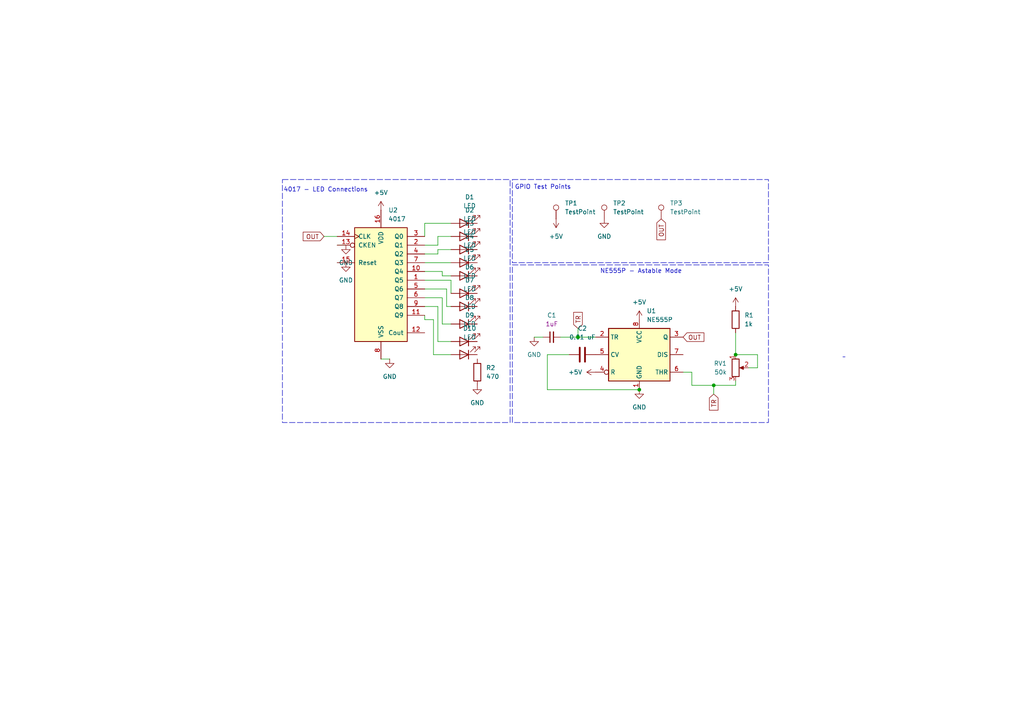
<source format=kicad_sch>
(kicad_sch (version 20250114) (generator "eeschema") (generator_version "9.0")
  (paper "A4")
  (lib_symbols
    (symbol "4ms_Capacitor:1uF_0201_4V" (pin_numbers (hide yes)) (pin_names (offset 0.254) (hide yes))
      (property "Reference" "C" (at 1.905 1.27 0))
      (property "Display" "1uF" (at 1.905 -1.27 0))
      (symbol "1uF_0201_4V_0_1"
        (polyline (pts (xy -1.524 0.508) (xy 1.524 0.508)) (stroke (width 0.3048)))
        (polyline (pts (xy -1.524 -0.508) (xy 1.524 -0.508)) (stroke (width 0.3302)))
      )
      (symbol "1uF_0201_4V_1_1"
        (pin passive line (at 0 2.54 270) (length 2.032) (name "~") (number "1"))
        (pin passive line (at 0 -2.54 90) (length 2.032) (name "~") (number "2"))
      )
    )
    (symbol "4ms_Connector:TestPoint" (pin_numbers (hide yes)) (pin_names (offset 0.762) (hide yes))
      (property "Reference" "TP" (at 0 6.858 0))
      (property "Value" "TestPoint" (at 0 5.08 0))
      (symbol "TestPoint_0_1"
        (circle (center 0 3.302) (radius 0.762))
      )
      (symbol "TestPoint_1_1"
        (pin passive line (at 0 0 90) (length 2.54) (name "1") (number "1"))
      )
    )
    (symbol "4xxx:4017" (pin_names (offset 1.016))
      (property "Reference" "U" (at -7.62 16.51 0))
      (property "Value" "4017" (at -7.62 -19.05 0))
      (symbol "4017_1_0"
        (pin input clock (at -12.7 12.7 0) (length 5.08) (name "CLK") (number "14"))
        (pin input inverted (at -12.7 10.16 0) (length 5.08) (name "CKEN") (number "13"))
        (pin input line (at -12.7 5.08 0) (length 5.08) (name "Reset") (number "15"))
        (pin power_in line (at 0 20.32 270) (length 5.08) (name "VDD") (number "16"))
        (pin power_in line (at 0 -22.86 90) (length 5.08) (name "VSS") (number "8"))
        (pin output line (at 12.7 12.7 180) (length 5.08) (name "Q0") (number "3"))
        (pin output line (at 12.7 10.16 180) (length 5.08) (name "Q1") (number "2"))
        (pin output line (at 12.7 7.62 180) (length 5.08) (name "Q2") (number "4"))
        (pin output line (at 12.7 5.08 180) (length 5.08) (name "Q3") (number "7"))
        (pin output line (at 12.7 2.54 180) (length 5.08) (name "Q4") (number "10"))
        (pin output line (at 12.7 0 180) (length 5.08) (name "Q5") (number "1"))
        (pin output line (at 12.7 -2.54 180) (length 5.08) (name "Q6") (number "5"))
        (pin output line (at 12.7 -5.08 180) (length 5.08) (name "Q7") (number "6"))
        (pin output line (at 12.7 -7.62 180) (length 5.08) (name "Q8") (number "9"))
        (pin output line (at 12.7 -10.16 180) (length 5.08) (name "Q9") (number "11"))
        (pin output line (at 12.7 -15.24 180) (length 5.08) (name "Cout") (number "12"))
      )
      (symbol "4017_1_1"
        (rectangle (start -7.62 15.24) (end 7.62 -17.78) (stroke (width 0.254)) (fill (type background)))
      )
    )
    (symbol "Device:C" (pin_numbers (hide yes)) (pin_names (offset 0.254))
      (property "Reference" "C" (at 0.635 2.54 0))
      (property "Value" "C" (at 0.635 -2.54 0))
      (symbol "C_0_1"
        (polyline (pts (xy -2.032 0.762) (xy 2.032 0.762)) (stroke (width 0.508)))
        (polyline (pts (xy -2.032 -0.762) (xy 2.032 -0.762)) (stroke (width 0.508)))
      )
      (symbol "C_1_1"
        (pin passive line (at 0 3.81 270) (length 2.794) (name "~") (number "1"))
        (pin passive line (at 0 -3.81 90) (length 2.794) (name "~") (number "2"))
      )
    )
    (symbol "Device:LED" (pin_numbers (hide yes)) (pin_names (offset 1.016) (hide yes))
      (property "Reference" "D" (at 0 2.54 0))
      (property "Value" "LED" (at 0 -2.54 0))
      (symbol "LED_0_1"
        (polyline (pts (xy -3.048 -0.762) (xy -4.572 -2.286) (xy -3.81 -2.286) (xy -4.572 -2.286) (xy -4.572 -1.524)))
        (polyline (pts (xy -1.778 -0.762) (xy -3.302 -2.286) (xy -2.54 -2.286) (xy -3.302 -2.286) (xy -3.302 -1.524)))
        (polyline (pts (xy -1.27 0) (xy 1.27 0)))
        (polyline (pts (xy -1.27 -1.27) (xy -1.27 1.27)) (stroke (width 0.254)))
        (polyline (pts (xy 1.27 -1.27) (xy 1.27 1.27) (xy -1.27 0) (xy 1.27 -1.27)) (stroke (width 0.254)))
      )
      (symbol "LED_1_1"
        (pin passive line (at -3.81 0 0) (length 2.54) (name "K") (number "1"))
        (pin passive line (at 3.81 0 180) (length 2.54) (name "A") (number "2"))
      )
    )
    (symbol "Device:R" (pin_numbers (hide yes)) (pin_names (offset 0))
      (property "Reference" "R" (at 2.032 0 90))
      (property "Value" "R" (at 0 0 90))
      (symbol "R_0_1"
        (rectangle (start -1.016 -2.54) (end 1.016 2.54) (stroke (width 0.254)))
      )
      (symbol "R_1_1"
        (pin passive line (at 0 3.81 270) (length 1.27) (name "~") (number "1"))
        (pin passive line (at 0 -3.81 90) (length 1.27) (name "~") (number "2"))
      )
    )
    (symbol "Device:R_Potentiometer" (pin_names (offset 1.016) (hide yes))
      (property "Reference" "RV" (at -4.445 0 90))
      (property "Value" "R_Potentiometer" (at -2.54 0 90))
      (symbol "R_Potentiometer_0_1"
        (rectangle (start 1.016 2.54) (end -1.016 -2.54) (stroke (width 0.254)))
        (polyline (pts (xy 1.143 0) (xy 2.286 0.508) (xy 2.286 -0.508) (xy 1.143 0)) (fill (type outline)))
        (polyline (pts (xy 2.54 0) (xy 1.524 0)))
      )
      (symbol "R_Potentiometer_1_1"
        (pin passive line (at 0 3.81 270) (length 1.27) (name "1") (number "1"))
        (pin passive line (at 0 -3.81 90) (length 1.27) (name "3") (number "3"))
        (pin passive line (at 3.81 0 180) (length 1.27) (name "2") (number "2"))
      )
    )
    (symbol "Timer:NE555P"
      (property "Reference" "U" (at -10.16 8.89 0))
      (property "Value" "NE555P" (at 2.54 8.89 0))
      (symbol "NE555P_0_0"
        (pin power_in line (at 0 10.16 270) (length 2.54) (name "VCC") (number "8"))
        (pin power_in line (at 0 -10.16 90) (length 2.54) (name "GND") (number "1"))
      )
      (symbol "NE555P_0_1"
        (rectangle (start -8.89 -7.62) (end 8.89 7.62) (stroke (width 0.254)) (fill (type background)))
        (rectangle (start -8.89 -7.62) (end 8.89 7.62) (stroke (width 0.254)) (fill (type background)))
      )
      (symbol "NE555P_1_1"
        (pin input line (at -12.7 5.08 0) (length 3.81) (name "TR") (number "2"))
        (pin input line (at -12.7 0 0) (length 3.81) (name "CV") (number "5"))
        (pin input inverted (at -12.7 -5.08 0) (length 3.81) (name "R") (number "4"))
        (pin output line (at 12.7 5.08 180) (length 3.81) (name "Q") (number "3"))
        (pin input line (at 12.7 0 180) (length 3.81) (name "DIS") (number "7"))
        (pin input line (at 12.7 -5.08 180) (length 3.81) (name "THR") (number "6"))
      )
    )
    (symbol "power:+5V" (power) (pin_numbers (hide yes)) (pin_names (offset 0) (hide yes))
      (property "Value" "+5V" (at 0 3.556 0))
      (symbol "+5V_0_1"
        (polyline (pts (xy -0.762 1.27) (xy 0 2.54)))
        (polyline (pts (xy 0 2.54) (xy 0.762 1.27)))
        (polyline (pts (xy 0 0) (xy 0 2.54)))
      )
      (symbol "+5V_1_1"
        (pin power_in line (at 0 0 90) (length 0) (name "~") (number "1"))
      )
    )
    (symbol "power:GND" (power) (pin_numbers (hide yes)) (pin_names (offset 0) (hide yes))
      (property "Value" "GND" (at 0 -3.81 0))
      (symbol "GND_0_1"
        (polyline (pts (xy 0 0) (xy 0 -1.27) (xy 1.27 -1.27) (xy 0 -2.54) (xy -1.27 -1.27) (xy 0 -1.27)))
      )
      (symbol "GND_1_1"
        (pin power_in line (at 0 0 270) (length 0) (name "~") (number "1"))
      )
    )
  )
  (rectangle (start 148.59 76.835) (end 222.885 122.555) (stroke (width 0) (type dash)))
  (rectangle (start 245.11 103.505) (end 244.475 103.505))
  (rectangle (start 81.915 52.07) (end 147.955 122.555) (stroke (width 0) (type dash)))
  (rectangle (start 148.59 52.07) (end 222.885 76.2) (stroke (width 0) (type dash)))
  (text "NE555P - Astable Mode\n" (at 185.928 78.74 0) (effects (font (size 1.27 1.27))))
  (text "4017 - LED Connections\n" (at 94.488 55.118 0) (effects (font (size 1.27 1.27))))
  (text "GPIO Test Points" (at 157.48 54.356 0) (effects (font (size 1.27 1.27))))
  (junction (at 167.64 97.79))
  (junction (at 213.36 102.87))
  (junction (at 207.01 111.76))
  (junction (at 185.42 113.03))
  (wire (pts (xy 158.75 102.87) (xy 158.75 113.03)))
  (wire (pts (xy 167.64 95.25) (xy 167.64 97.79)))
  (wire (pts (xy 162.56 97.79) (xy 167.64 97.79)))
  (wire (pts (xy 200.66 111.76) (xy 200.66 107.95)))
  (wire (pts (xy 213.36 111.76) (xy 213.36 110.49)))
  (wire (pts (xy 167.64 97.79) (xy 172.72 97.79)))
  (wire (pts (xy 123.19 91.44) (xy 123.19 92.71)))
  (wire (pts (xy 127 72.39) (xy 127 73.66)))
  (wire (pts (xy 127 88.9) (xy 127 99.06)))
  (wire (pts (xy 130.81 64.77) (xy 123.19 64.77)))
  (wire (pts (xy 130.81 72.39) (xy 127 72.39)))
  (wire (pts (xy 128.27 78.74) (xy 123.19 78.74)))
  (wire (pts (xy 97.79 76.2) (xy 100.33 76.2)))
  (wire (pts (xy 213.36 96.52) (xy 213.36 102.87)))
  (wire (pts (xy 158.75 113.03) (xy 185.42 113.03)))
  (wire (pts (xy 129.54 83.82) (xy 129.54 88.9)))
  (wire (pts (xy 130.81 81.28) (xy 123.19 81.28)))
  (wire (pts (xy 207.01 111.76) (xy 200.66 111.76)))
  (wire (pts (xy 128.27 80.01) (xy 128.27 78.74)))
  (wire (pts (xy 93.98 68.58) (xy 97.79 68.58)))
  (wire (pts (xy 213.36 102.87) (xy 219.71 102.87)))
  (wire (pts (xy 110.49 104.14) (xy 113.03 104.14)))
  (wire (pts (xy 123.19 88.9) (xy 127 88.9)))
  (wire (pts (xy 127 68.58) (xy 127 71.12)))
  (wire (pts (xy 219.71 106.68) (xy 217.17 106.68)))
  (wire (pts (xy 154.94 97.79) (xy 157.48 97.79)))
  (wire (pts (xy 127 99.06) (xy 130.81 99.06)))
  (wire (pts (xy 207.01 114.3) (xy 207.01 111.76)))
  (wire (pts (xy 127 73.66) (xy 123.19 73.66)))
  (wire (pts (xy 130.81 85.09) (xy 130.81 81.28)))
  (wire (pts (xy 123.19 92.71) (xy 125.73 92.71)))
  (wire (pts (xy 128.27 86.36) (xy 128.27 93.98)))
  (wire (pts (xy 200.66 107.95) (xy 198.12 107.95)))
  (wire (pts (xy 130.81 68.58) (xy 127 68.58)))
  (wire (pts (xy 123.19 83.82) (xy 129.54 83.82)))
  (wire (pts (xy 97.79 71.12) (xy 100.33 71.12)))
  (wire (pts (xy 123.19 64.77) (xy 123.19 68.58)))
  (wire (pts (xy 130.81 80.01) (xy 128.27 80.01)))
  (wire (pts (xy 219.71 102.87) (xy 219.71 106.68)))
  (wire (pts (xy 123.19 76.2) (xy 130.81 76.2)))
  (wire (pts (xy 125.73 102.87) (xy 130.81 102.87)))
  (wire (pts (xy 123.19 86.36) (xy 128.27 86.36)))
  (wire (pts (xy 128.27 93.98) (xy 130.81 93.98)))
  (wire (pts (xy 165.1 102.87) (xy 158.75 102.87)))
  (wire (pts (xy 125.73 92.71) (xy 125.73 102.87)))
  (wire (pts (xy 213.36 111.76) (xy 207.01 111.76)))
  (wire (pts (xy 127 71.12) (xy 123.19 71.12)))
  (wire (pts (xy 129.54 88.9) (xy 130.81 88.9)))
  (global_label "TR" (shape input) (at 167.64 95.25 90) (property "Intersheetrefs" "${INTERSHEET_REFS}" (effects (hide yes))))
  (global_label "OUT" (shape input) (at 93.98 68.58 180) (property "Intersheetrefs" "${INTERSHEET_REFS}" (effects (hide yes))))
  (global_label "OUT" (shape input) (at 198.12 97.79 0) (property "Intersheetrefs" "${INTERSHEET_REFS}" (effects (hide yes))))
  (global_label "TR" (shape input) (at 207.01 114.3 270) (property "Intersheetrefs" "${INTERSHEET_REFS}" (effects (hide yes))))
  (global_label "OUT" (shape input) (at 191.77 63.5 270) (property "Intersheetrefs" "${INTERSHEET_REFS}" (effects (hide yes))))
  (symbol (lib_id "Device:LED") (at 134.62 102.87 180) (unit 1)
    (property "Reference" "D10" (at 136.2075 95.25 0))
    (property "Value" "LED" (at 136.2075 97.79 0))
    (property "Footprint" "LED_THT:LED_D3.0mm" (effects (hide yes)))
    (property "Description" "Light emitting diode" (effects (hide yes)))
    (property "Sim.Pins" "1=K 2=A" (effects (hide yes)))
  )
  (symbol (lib_id "power:GND") (at 100.33 71.12 0) (unit 1)
    (property "Reference" "#PWR012" (effects (hide yes)))
    (property "Value" "GND" (at 100.33 76.2 0))
    (property "Description" "Power symbol creates a global label with name \"GND\" , ground" (effects (hide yes)))
  )
  (symbol (lib_id "Device:C") (at 168.91 102.87 90) (unit 1)
    (property "Reference" "C2" (at 168.91 95.25 90))
    (property "Value" "0.01 uF" (at 168.91 97.79 90))
    (property "Footprint" "Capacitor_THT:CP_Radial_D5.0mm_P2.00mm" (effects (hide yes)))
    (property "Description" "Unpolarized capacitor" (effects (hide yes)))
  )
  (symbol (lib_id "Device:LED") (at 134.62 72.39 180) (unit 1)
    (property "Reference" "D3" (at 136.2075 64.77 0))
    (property "Value" "LED" (at 136.2075 67.31 0))
    (property "Footprint" "LED_THT:LED_D3.0mm" (effects (hide yes)))
    (property "Description" "Light emitting diode" (effects (hide yes)))
    (property "Sim.Pins" "1=K 2=A" (effects (hide yes)))
  )
  (symbol (lib_id "Timer:NE555P") (at 185.42 102.87 0) (unit 1)
    (property "Reference" "U1" (at 187.5633 90.17 0) (effects (justify left)))
    (property "Value" "NE555P" (at 187.5633 92.71 0) (effects (justify left)))
    (property "Footprint" "Package_DIP:DIP-8_W7.62mm" (effects (hide yes)))
    (property "Datasheet" "http://www.ti.com/lit/ds/symlink/ne555.pdf" (effects (hide yes)))
    (property "Description" "Precision Timers, 555 compatible,  PDIP-8" (effects (hide yes)))
  )
  (symbol (lib_id "power:GND") (at 113.03 104.14 0) (unit 1)
    (property "Reference" "#PWR09" (effects (hide yes)))
    (property "Value" "GND" (at 113.03 109.22 0))
    (property "Description" "Power symbol creates a global label with name \"GND\" , ground" (effects (hide yes)))
  )
  (symbol (lib_id "4ms_Connector:TestPoint") (at 161.29 63.5 0) (unit 1)
    (property "Reference" "TP1" (at 163.83 58.9279 0) (effects (justify left)))
    (property "Value" "TestPoint" (at 163.83 61.4679 0) (effects (justify left)))
    (property "Footprint" "Connector_PinSocket_2.54mm:PinSocket_1x01_P2.54mm_Horizontal" (effects (hide yes)))
    (property "Description" "test point" (effects (hide yes)))
  )
  (symbol (lib_id "Device:LED") (at 134.62 85.09 180) (unit 1)
    (property "Reference" "D6" (at 136.2075 77.47 0))
    (property "Value" "LED" (at 136.2075 80.01 0))
    (property "Footprint" "LED_THT:LED_D3.0mm" (effects (hide yes)))
    (property "Description" "Light emitting diode" (effects (hide yes)))
    (property "Sim.Pins" "1=K 2=A" (effects (hide yes)))
  )
  (symbol (lib_id "Device:R_Potentiometer") (at 213.36 106.68 0) (unit 1)
    (property "Reference" "RV1" (at 210.82 105.4099 0) (effects (justify right)))
    (property "Value" "50k" (at 210.82 107.9499 0) (effects (justify right)))
    (property "Footprint" "Potentiometer_THT:Potentiometer_Bourns_3296W_Vertical" (effects (hide yes)))
    (property "Description" "Potentiometer" (effects (hide yes)))
  )
  (symbol (lib_id "power:GND") (at 154.94 97.79 0) (unit 1)
    (property "Reference" "#PWR06" (effects (hide yes)))
    (property "Value" "GND" (at 154.94 102.87 0))
    (property "Description" "Power symbol creates a global label with name \"GND\" , ground" (effects (hide yes)))
  )
  (symbol (lib_id "power:GND") (at 100.33 76.2 0) (unit 1)
    (property "Reference" "#PWR011" (effects (hide yes)))
    (property "Value" "GND" (at 100.33 81.28 0))
    (property "Description" "Power symbol creates a global label with name \"GND\" , ground" (effects (hide yes)))
  )
  (symbol (lib_id "Device:LED") (at 134.62 80.01 180) (unit 1)
    (property "Reference" "D5" (at 136.2075 72.39 0))
    (property "Value" "LED" (at 136.2075 74.93 0))
    (property "Footprint" "LED_THT:LED_D3.0mm" (effects (hide yes)))
    (property "Description" "Light emitting diode" (effects (hide yes)))
    (property "Sim.Pins" "1=K 2=A" (effects (hide yes)))
  )
  (symbol (lib_id "Device:LED") (at 134.62 93.98 180) (unit 1)
    (property "Reference" "D8" (at 136.2075 86.36 0))
    (property "Value" "LED" (at 136.2075 88.9 0))
    (property "Footprint" "LED_THT:LED_D3.0mm" (effects (hide yes)))
    (property "Description" "Light emitting diode" (effects (hide yes)))
    (property "Sim.Pins" "1=K 2=A" (effects (hide yes)))
  )
  (symbol (lib_id "4ms_Connector:TestPoint") (at 191.77 63.5 0) (unit 1)
    (property "Reference" "TP3" (at 194.31 58.9279 0) (effects (justify left)))
    (property "Value" "TestPoint" (at 194.31 61.4679 0) (effects (justify left)))
    (property "Footprint" "Connector_PinSocket_2.54mm:PinSocket_1x01_P2.54mm_Horizontal" (effects (hide yes)))
    (property "Description" "test point" (effects (hide yes)))
  )
  (symbol (lib_id "Device:R") (at 138.43 107.95 0) (unit 1)
    (property "Reference" "R2" (at 140.97 106.6799 0) (effects (justify left)))
    (property "Value" "470" (at 140.97 109.2199 0) (effects (justify left)))
    (property "Footprint" "Resistor_THT:R_Axial_DIN0207_L6.3mm_D2.5mm_P7.62mm_Horizontal" (effects (hide yes)))
    (property "Description" "Resistor" (effects (hide yes)))
  )
  (symbol (lib_id "power:+5V") (at 185.42 92.71 0) (unit 1)
    (property "Reference" "#PWR03" (effects (hide yes)))
    (property "Value" "+5V" (at 185.42 87.63 0))
    (property "Description" "Power symbol creates a global label with name \"+5V\"" (effects (hide yes)))
  )
  (symbol (lib_id "power:+5V") (at 161.29 63.5 180) (unit 1)
    (property "Reference" "#PWR013" (effects (hide yes)))
    (property "Value" "+5V" (at 161.29 68.58 0))
    (property "Description" "Power symbol creates a global label with name \"+5V\"" (effects (hide yes)))
  )
  (symbol (lib_id "power:+5V") (at 110.49 60.96 0) (unit 1)
    (property "Reference" "#PWR02" (effects (hide yes)))
    (property "Value" "+5V" (at 110.49 55.88 0))
    (property "Description" "Power symbol creates a global label with name \"+5V\"" (effects (hide yes)))
  )
  (symbol (lib_id "Device:LED") (at 134.62 68.58 180) (unit 1)
    (property "Reference" "D2" (at 136.2075 60.96 0))
    (property "Value" "LED" (at 136.2075 63.5 0))
    (property "Footprint" "LED_THT:LED_D3.0mm" (effects (hide yes)))
    (property "Description" "Light emitting diode" (effects (hide yes)))
    (property "Sim.Pins" "1=K 2=A" (effects (hide yes)))
  )
  (symbol (lib_id "Device:R") (at 213.36 92.71 0) (unit 1)
    (property "Reference" "R1" (at 215.9 91.4399 0) (effects (justify left)))
    (property "Value" "1k" (at 215.9 93.9799 0) (effects (justify left)))
    (property "Footprint" "Resistor_THT:R_Axial_DIN0207_L6.3mm_D2.5mm_P7.62mm_Horizontal" (effects (hide yes)))
    (property "Description" "Resistor" (effects (hide yes)))
  )
  (symbol (lib_id "power:GND") (at 185.42 113.03 0) (unit 1)
    (property "Reference" "#PWR04" (effects (hide yes)))
    (property "Value" "GND" (at 185.42 118.11 0))
    (property "Description" "Power symbol creates a global label with name \"GND\" , ground" (effects (hide yes)))
  )
  (symbol (lib_id "power:+5V") (at 172.72 107.95 90) (unit 1)
    (property "Reference" "#PWR07" (effects (hide yes)))
    (property "Value" "+5V" (at 168.91 107.9499 90) (effects (justify left)))
    (property "Description" "Power symbol creates a global label with name \"+5V\"" (effects (hide yes)))
  )
  (symbol (lib_id "4ms_Capacitor:1uF_0201_4V") (at 160.02 97.79 90) (unit 1)
    (property "Reference" "C1" (at 160.0263 91.44 90))
    (property "Value" "1uF_0201_4V" (effects (hide yes)))
    (property "Footprint" "Capacitor_THT:CP_Radial_D5.0mm_P2.00mm" (effects (hide yes)))
    (property "Description" "1uF, 0201, Min. 4V 10%, X7R or X5R or X6S or similar" (effects (hide yes)))
    (property "Specifications" "1uF, Min. 4V 10%, X7R or X5R or X6S or similar" (effects (hide yes)))
    (property "Display" "1uF" (at 160.0263 93.98 90))
    (property "Manufacturer" "Yageo" (effects (hide yes)))
    (property "Part Number" "CC0201MRX5R5BB105" (effects (hide yes)))
    (property "JLCPCB ID" "C272877" (effects (hide yes)))
    (property "Manufacturer 2" "Murata" (effects (hide yes)))
    (property "Part Number 2" "GRM033D70G105ME01D" (effects (hide yes)))
    (property "Production Stage" "A" (effects (hide yes)))
  )
  (symbol (lib_id "Device:LED") (at 134.62 64.77 180) (unit 1)
    (property "Reference" "D1" (at 136.2075 57.15 0))
    (property "Value" "LED" (at 136.2075 59.69 0))
    (property "Footprint" "LED_THT:LED_D3.0mm" (effects (hide yes)))
    (property "Description" "Light emitting diode" (effects (hide yes)))
    (property "Sim.Pins" "1=K 2=A" (effects (hide yes)))
  )
  (symbol (lib_id "power:GND") (at 175.26 63.5 0) (unit 1)
    (property "Reference" "#PWR010" (effects (hide yes)))
    (property "Value" "GND" (at 175.26 68.58 0))
    (property "Description" "Power symbol creates a global label with name \"GND\" , ground" (effects (hide yes)))
  )
  (symbol (lib_id "power:GND") (at 138.43 111.76 0) (unit 1)
    (property "Reference" "#PWR08" (effects (hide yes)))
    (property "Value" "GND" (at 138.43 116.84 0))
    (property "Description" "Power symbol creates a global label with name \"GND\" , ground" (effects (hide yes)))
  )
  (symbol (lib_id "power:+5V") (at 213.36 88.9 0) (unit 1)
    (property "Reference" "#PWR05" (effects (hide yes)))
    (property "Value" "+5V" (at 213.36 83.82 0))
    (property "Description" "Power symbol creates a global label with name \"+5V\"" (effects (hide yes)))
  )
  (symbol (lib_id "Device:LED") (at 134.62 76.2 180) (unit 1)
    (property "Reference" "D4" (at 136.2075 68.58 0))
    (property "Value" "LED" (at 136.2075 71.12 0))
    (property "Footprint" "LED_THT:LED_D3.0mm" (effects (hide yes)))
    (property "Description" "Light emitting diode" (effects (hide yes)))
    (property "Sim.Pins" "1=K 2=A" (effects (hide yes)))
  )
  (symbol (lib_id "4ms_Connector:TestPoint") (at 175.26 63.5 0) (unit 1)
    (property "Reference" "TP2" (at 177.8 58.9279 0) (effects (justify left)))
    (property "Value" "TestPoint" (at 177.8 61.4679 0) (effects (justify left)))
    (property "Footprint" "Connector_PinSocket_2.54mm:PinSocket_1x01_P2.54mm_Horizontal" (effects (hide yes)))
    (property "Description" "test point" (effects (hide yes)))
  )
  (symbol (lib_id "4xxx:4017") (at 110.49 81.28 0) (unit 1)
    (property "Reference" "U2" (at 112.6333 60.96 0) (effects (justify left)))
    (property "Value" "4017" (at 112.6333 63.5 0) (effects (justify left)))
    (property "Footprint" "footprints:N16" (effects (hide yes)))
    (property "Datasheet" "http://www.intersil.com/content/dam/Intersil/documents/cd40/cd4017bms-22bms.pdf" (effects (hide yes)))
    (property "Description" "Johnson Counter ( 10 outputs )" (effects (hide yes)))
  )
  (symbol (lib_id "Device:LED") (at 134.62 88.9 180) (unit 1)
    (property "Reference" "D7" (at 136.2075 81.28 0))
    (property "Value" "LED" (at 136.2075 83.82 0))
    (property "Footprint" "LED_THT:LED_D3.0mm" (effects (hide yes)))
    (property "Description" "Light emitting diode" (effects (hide yes)))
    (property "Sim.Pins" "1=K 2=A" (effects (hide yes)))
  )
  (symbol (lib_id "Device:LED") (at 134.62 99.06 180) (unit 1)
    (property "Reference" "D9" (at 136.2075 91.44 0))
    (property "Value" "LED" (at 136.2075 93.98 0))
    (property "Footprint" "LED_THT:LED_D3.0mm" (effects (hide yes)))
    (property "Description" "Light emitting diode" (effects (hide yes)))
    (property "Sim.Pins" "1=K 2=A" (effects (hide yes)))
  )
)
</source>
